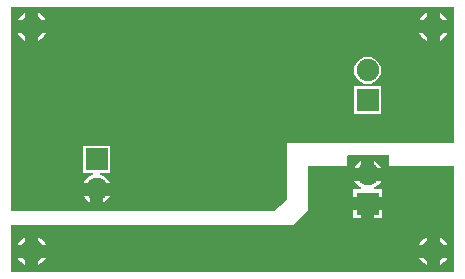
<source format=gbl>
G04*
G04 #@! TF.GenerationSoftware,Altium Limited,Altium Designer,19.1.6 (110)*
G04*
G04 Layer_Physical_Order=2*
G04 Layer_Color=16711680*
%FSLAX43Y43*%
%MOMM*%
G71*
G01*
G75*
%ADD51R,1.900X1.900*%
%ADD52C,1.900*%
%ADD53C,2.000*%
%ADD54C,0.600*%
G36*
X87745Y67640D02*
X73609D01*
Y62814D01*
X72517Y61849D01*
X50255D01*
Y79184D01*
X87745D01*
Y67640D01*
D02*
G37*
G36*
X82245Y65684D02*
X87745D01*
Y56694D01*
X50255D01*
Y60681D01*
X74143D01*
X75413Y61951D01*
Y65684D01*
X78680D01*
X78665Y66507D01*
X78781Y66624D01*
X82245D01*
Y65684D01*
D02*
G37*
%LPC*%
G36*
X86550Y78679D02*
Y78050D01*
X87179D01*
X87136Y78156D01*
X86927Y78427D01*
X86656Y78636D01*
X86550Y78679D01*
D02*
G37*
G36*
X85450D02*
X85344Y78636D01*
X85073Y78427D01*
X84864Y78156D01*
X84821Y78050D01*
X85450D01*
Y78679D01*
D02*
G37*
G36*
X52550D02*
Y78050D01*
X53179D01*
X53136Y78156D01*
X52927Y78427D01*
X52656Y78636D01*
X52550Y78679D01*
D02*
G37*
G36*
X51450D02*
X51344Y78636D01*
X51073Y78427D01*
X50864Y78156D01*
X50821Y78050D01*
X51450D01*
Y78679D01*
D02*
G37*
G36*
X53179Y76950D02*
X52550D01*
Y76321D01*
X52656Y76364D01*
X52927Y76573D01*
X53136Y76844D01*
X53179Y76950D01*
D02*
G37*
G36*
X51450D02*
X50821D01*
X50864Y76844D01*
X51073Y76573D01*
X51344Y76364D01*
X51450Y76321D01*
Y76950D01*
D02*
G37*
G36*
X87179D02*
X86550D01*
Y76321D01*
X86656Y76364D01*
X86927Y76573D01*
X87136Y76844D01*
X87179Y76950D01*
D02*
G37*
G36*
X85450D02*
X84821D01*
X84864Y76844D01*
X85073Y76573D01*
X85344Y76364D01*
X85450Y76321D01*
Y76950D01*
D02*
G37*
G36*
X80441Y74952D02*
X80141Y74913D01*
X79861Y74797D01*
X79621Y74613D01*
X79437Y74372D01*
X79321Y74093D01*
X79281Y73792D01*
X79321Y73492D01*
X79437Y73212D01*
X79621Y72972D01*
X79861Y72788D01*
X80141Y72672D01*
X80441Y72632D01*
X80742Y72672D01*
X81021Y72788D01*
X81262Y72972D01*
X81446Y73212D01*
X81562Y73492D01*
X81601Y73792D01*
X81562Y74093D01*
X81446Y74372D01*
X81262Y74613D01*
X81021Y74797D01*
X80742Y74913D01*
X80441Y74952D01*
D02*
G37*
G36*
X81591Y72442D02*
X79291D01*
Y70142D01*
X81591D01*
Y72442D01*
D02*
G37*
G36*
X58656Y67399D02*
X56356D01*
Y65099D01*
X57211D01*
X57219Y64972D01*
X57180Y64966D01*
X56876Y64840D01*
X56614Y64640D01*
X56414Y64379D01*
X56381Y64299D01*
X57506D01*
X58631D01*
X58598Y64379D01*
X58398Y64640D01*
X58136Y64840D01*
X57832Y64966D01*
X57793Y64972D01*
X57801Y65099D01*
X58656D01*
Y67399D01*
D02*
G37*
G36*
X56956Y63199D02*
X56381D01*
X56414Y63118D01*
X56614Y62857D01*
X56876Y62657D01*
X56956Y62623D01*
Y63199D01*
D02*
G37*
G36*
X58631D02*
X58056D01*
Y62623D01*
X58136Y62657D01*
X58398Y62857D01*
X58598Y63118D01*
X58631Y63199D01*
D02*
G37*
G36*
X80991Y66129D02*
Y65554D01*
X81567D01*
X81533Y65634D01*
X81333Y65896D01*
X81072Y66096D01*
X80991Y66129D01*
D02*
G37*
G36*
X79891Y66129D02*
X79811Y66096D01*
X79550Y65896D01*
X79350Y65634D01*
X79316Y65554D01*
X79891D01*
Y66129D01*
D02*
G37*
G36*
X81567Y64454D02*
X80441D01*
D01*
X79316D01*
X79350Y64374D01*
X79550Y64112D01*
X79811Y63912D01*
X79886Y63881D01*
X79861Y63754D01*
X79191D01*
Y63054D01*
X80441D01*
X81691D01*
Y63754D01*
X81022D01*
X80997Y63881D01*
X81072Y63912D01*
X81333Y64112D01*
X81533Y64374D01*
X81535Y64379D01*
X81567Y64454D01*
D02*
G37*
G36*
X81691Y61954D02*
X80991D01*
Y61254D01*
X81691D01*
Y61954D01*
D02*
G37*
G36*
X79891D02*
X79191D01*
Y61254D01*
X79891D01*
Y61954D01*
D02*
G37*
G36*
X86550Y59679D02*
Y59050D01*
X87179D01*
X87136Y59156D01*
X86927Y59427D01*
X86656Y59636D01*
X86550Y59679D01*
D02*
G37*
G36*
X85450D02*
X85344Y59636D01*
X85073Y59427D01*
X84864Y59156D01*
X84821Y59050D01*
X85450D01*
Y59679D01*
D02*
G37*
G36*
X52550D02*
Y59050D01*
X53179D01*
X53136Y59156D01*
X52927Y59427D01*
X52656Y59636D01*
X52550Y59679D01*
D02*
G37*
G36*
X51450D02*
X51344Y59636D01*
X51073Y59427D01*
X50864Y59156D01*
X50821Y59050D01*
X51450D01*
Y59679D01*
D02*
G37*
G36*
X53179Y57950D02*
X52550D01*
Y57321D01*
X52656Y57364D01*
X52927Y57573D01*
X53136Y57844D01*
X53179Y57950D01*
D02*
G37*
G36*
X51450D02*
X50821D01*
X50864Y57844D01*
X51073Y57573D01*
X51344Y57364D01*
X51450Y57321D01*
Y57950D01*
D02*
G37*
G36*
X87179D02*
X86550D01*
Y57321D01*
X86656Y57364D01*
X86927Y57573D01*
X87136Y57844D01*
X87179Y57950D01*
D02*
G37*
G36*
X85450D02*
X84821D01*
X84864Y57844D01*
X85073Y57573D01*
X85344Y57364D01*
X85450Y57321D01*
Y57950D01*
D02*
G37*
%LPD*%
D51*
X57506Y66249D02*
D03*
X80441Y62504D02*
D03*
Y71292D02*
D03*
D52*
X57506Y63749D02*
D03*
X80441Y65004D02*
D03*
Y73792D02*
D03*
D53*
X52000Y58500D02*
D03*
X86000D02*
D03*
Y77500D02*
D03*
X52000D02*
D03*
D54*
X65000Y60000D02*
D03*
X63000D02*
D03*
X61000Y62500D02*
D03*
X68000Y60000D02*
D03*
X78000D02*
D03*
X72000D02*
D03*
X61000D02*
D03*
X59000D02*
D03*
X57000D02*
D03*
X55000D02*
D03*
X84000Y58000D02*
D03*
X72000D02*
D03*
X74000D02*
D03*
X76000D02*
D03*
X78000D02*
D03*
X80000D02*
D03*
X82000D02*
D03*
X54000D02*
D03*
X56000D02*
D03*
X58000D02*
D03*
X60000D02*
D03*
X62000D02*
D03*
X64000D02*
D03*
X66000D02*
D03*
X68000D02*
D03*
X70000D02*
D03*
X76000Y72000D02*
D03*
X74000D02*
D03*
X72000D02*
D03*
X70000D02*
D03*
X68000D02*
D03*
Y74000D02*
D03*
X70000D02*
D03*
X72000D02*
D03*
X74000D02*
D03*
X76000D02*
D03*
Y76000D02*
D03*
X74000D02*
D03*
X72000D02*
D03*
X70000D02*
D03*
X68000D02*
D03*
X84000Y78000D02*
D03*
X82000D02*
D03*
X80000D02*
D03*
X78000D02*
D03*
X76000D02*
D03*
X74000D02*
D03*
X72000D02*
D03*
X70000D02*
D03*
X68000D02*
D03*
X71425Y64541D02*
D03*
X71450Y65608D02*
D03*
X70256Y64567D02*
D03*
Y65634D02*
D03*
X71450Y66650D02*
D03*
X70282Y66624D02*
D03*
M02*

</source>
